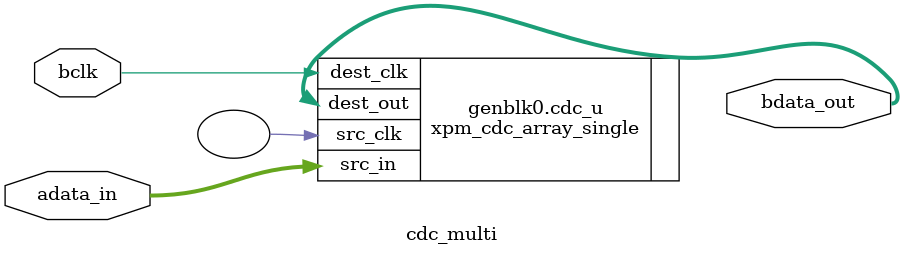
<source format=v>
`timescale 1ns / 1ps

`define CDC_MULTI_BIT_SIGNAL_OUTGEN_NOIN(adata_in,bclk,bdata_out,DATA_WIDTH,DEST_FF)                    generate begin xpm_cdc_array_single #(.DEST_SYNC_FF(DEST_FF),.INIT_SYNC_FF(0),.SIM_ASSERT_CHK(0),.SRC_INPUT_REG(0),.WIDTH(DATA_WIDTH)) cdc_u(.src_clk( ),.src_in(adata_in),.dest_clk(bclk),.dest_out(bdata_out));    end  endgenerate  



module cdc_multi(    
input  [C_WIDTH-1:0] adata_in ,
input  bclk     ,
output  [C_WIDTH-1:0]  bdata_out  



    );

parameter C_WIDTH = 8; 


    
`CDC_MULTI_BIT_SIGNAL_OUTGEN_NOIN(adata_in,bclk,bdata_out,C_WIDTH,3)  
    
    
endmodule

</source>
